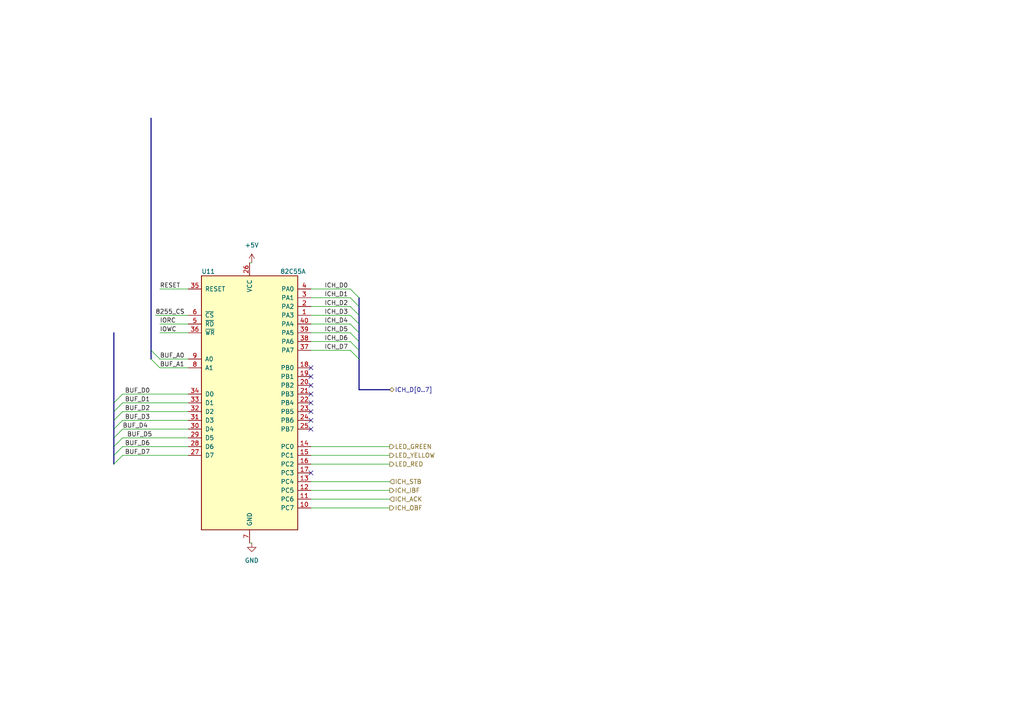
<source format=kicad_sch>
(kicad_sch (version 20230121) (generator eeschema)
  (paper "A4")
  (lib_symbols
    (symbol "Interface:8255A" (pin_names (offset 1.016))
      (property "Reference" "U" (at -13.97 38.1 0))
      (property "Value" "8255A" (at 8.89 38.1 0))
      (symbol "8255A_1_1"
        (rectangle (start -13.97 -36.83) (end 13.97 36.83) (stroke (width 0.254)) (fill (type background)))
        (pin bidirectional line (at 17.78 25.4 180) (length 3.81) (name "PA3") (number "1"))
        (pin bidirectional line (at 17.78 -30.48 180) (length 3.81) (name "PC7") (number "10"))
        (pin bidirectional line (at 17.78 -27.94 180) (length 3.81) (name "PC6") (number "11"))
        (pin bidirectional line (at 17.78 -25.4 180) (length 3.81) (name "PC5") (number "12"))
        (pin bidirectional line (at 17.78 -22.86 180) (length 3.81) (name "PC4") (number "13"))
        (pin bidirectional line (at 17.78 -12.7 180) (length 3.81) (name "PC0") (number "14"))
        (pin bidirectional line (at 17.78 -15.24 180) (length 3.81) (name "PC1") (number "15"))
        (pin bidirectional line (at 17.78 -17.78 180) (length 3.81) (name "PC2") (number "16"))
        (pin bidirectional line (at 17.78 -20.32 180) (length 3.81) (name "PC3") (number "17"))
        (pin bidirectional line (at 17.78 10.16 180) (length 3.81) (name "PB0") (number "18"))
        (pin bidirectional line (at 17.78 7.62 180) (length 3.81) (name "PB1") (number "19"))
        (pin bidirectional line (at 17.78 27.94 180) (length 3.81) (name "PA2") (number "2"))
        (pin bidirectional line (at 17.78 5.08 180) (length 3.81) (name "PB2") (number "20"))
        (pin bidirectional line (at 17.78 2.54 180) (length 3.81) (name "PB3") (number "21"))
        (pin bidirectional line (at 17.78 0 180) (length 3.81) (name "PB4") (number "22"))
        (pin bidirectional line (at 17.78 -2.54 180) (length 3.81) (name "PB5") (number "23"))
        (pin bidirectional line (at 17.78 -5.08 180) (length 3.81) (name "PB6") (number "24"))
        (pin bidirectional line (at 17.78 -7.62 180) (length 3.81) (name "PB7") (number "25"))
        (pin power_in line (at 0 40.64 270) (length 3.81) (name "VCC") (number "26"))
        (pin bidirectional line (at -17.78 -15.24 0) (length 3.81) (name "D7") (number "27"))
        (pin bidirectional line (at -17.78 -12.7 0) (length 3.81) (name "D6") (number "28"))
        (pin bidirectional line (at -17.78 -10.16 0) (length 3.81) (name "D5") (number "29"))
        (pin bidirectional line (at 17.78 30.48 180) (length 3.81) (name "PA1") (number "3"))
        (pin bidirectional line (at -17.78 -7.62 0) (length 3.81) (name "D4") (number "30"))
        (pin bidirectional line (at -17.78 -5.08 0) (length 3.81) (name "D3") (number "31"))
        (pin bidirectional line (at -17.78 -2.54 0) (length 3.81) (name "D2") (number "32"))
        (pin bidirectional line (at -17.78 0 0) (length 3.81) (name "D1") (number "33"))
        (pin bidirectional line (at -17.78 2.54 0) (length 3.81) (name "D0") (number "34"))
        (pin input line (at -17.78 33.02 0) (length 3.81) (name "RESET") (number "35"))
        (pin input line (at -17.78 20.32 0) (length 3.81) (name "~{WR}") (number "36"))
        (pin bidirectional line (at 17.78 15.24 180) (length 3.81) (name "PA7") (number "37"))
        (pin bidirectional line (at 17.78 17.78 180) (length 3.81) (name "PA6") (number "38"))
        (pin bidirectional line (at 17.78 20.32 180) (length 3.81) (name "PA5") (number "39"))
        (pin bidirectional line (at 17.78 33.02 180) (length 3.81) (name "PA0") (number "4"))
        (pin bidirectional line (at 17.78 22.86 180) (length 3.81) (name "PA4") (number "40"))
        (pin input line (at -17.78 22.86 0) (length 3.81) (name "~{RD}") (number "5"))
        (pin input line (at -17.78 25.4 0) (length 3.81) (name "~{CS}") (number "6"))
        (pin power_in line (at 0 -40.64 90) (length 3.81) (name "GND") (number "7"))
        (pin input line (at -17.78 10.16 0) (length 3.81) (name "A1") (number "8"))
        (pin input line (at -17.78 12.7 0) (length 3.81) (name "A0") (number "9"))
      )
    )
    (symbol "power:+5V" (power) (pin_names (offset 0))
      (property "Value" "+5V" (at 0 3.556 0))
      (symbol "+5V_0_1"
        (polyline (pts (xy -0.762 1.27) (xy 0 2.54)))
        (polyline (pts (xy 0 0) (xy 0 2.54)))
        (polyline (pts (xy 0 2.54) (xy 0.762 1.27)))
      )
      (symbol "+5V_1_1"
        (pin power_in line (at 0 0 90) (length 0) hide (name "+5V") (number "1"))
      )
    )
    (symbol "power:GND" (power) (pin_names (offset 0))
      (property "Value" "GND" (at 0 -3.81 0))
      (symbol "GND_0_1"
        (polyline (pts (xy 0 0) (xy 0 -1.27) (xy 1.27 -1.27) (xy 0 -2.54) (xy -1.27 -1.27) (xy 0 -1.27)))
      )
      (symbol "GND_1_1"
        (pin power_in line (at 0 0 270) (length 0) hide (name "GND") (number "1"))
      )
    )
  )
  (no_connect (at 90.17 121.92))
  (no_connect (at 90.17 109.22))
  (no_connect (at 90.17 114.3))
  (no_connect (at 90.17 106.68))
  (no_connect (at 90.17 116.84))
  (no_connect (at 90.17 137.16))
  (no_connect (at 90.17 119.38))
  (no_connect (at 90.17 124.46))
  (no_connect (at 90.17 111.76))
  (bus_entry (at 46.355 106.68) (size -2.54 -2.54))
  (bus_entry (at 35.56 114.3) (size -2.54 2.54))
  (bus_entry (at 35.56 127) (size -2.54 2.54))
  (bus_entry (at 46.355 104.14) (size -2.54 -2.54))
  (bus_entry (at 35.56 119.38) (size -2.54 2.54))
  (bus_entry (at 35.56 121.92) (size -2.54 2.54))
  (bus_entry (at 35.56 124.46) (size -2.54 2.54))
  (bus_entry (at 101.6 96.52) (size 2.54 2.54))
  (bus_entry (at 35.56 129.54) (size -2.54 2.54))
  (bus_entry (at 101.6 93.98) (size 2.54 2.54))
  (bus_entry (at 101.6 91.44) (size 2.54 2.54))
  (bus_entry (at 101.6 101.6) (size 2.54 2.54))
  (bus_entry (at 101.6 83.82) (size 2.54 2.54))
  (bus_entry (at 101.6 88.9) (size 2.54 2.54))
  (bus_entry (at 35.56 132.08) (size -2.54 2.54))
  (bus_entry (at 101.6 86.36) (size 2.54 2.54))
  (bus_entry (at 35.56 116.84) (size -2.54 2.54))
  (bus_entry (at 101.6 99.06) (size 2.54 2.54))
  (bus (pts (xy 104.14 113.03) (xy 113.03 113.03)))
  (bus (pts (xy 104.14 93.98) (xy 104.14 96.52)))
  (bus (pts (xy 33.02 96.52) (xy 33.02 116.84)))
  (wire (pts (xy 90.17 88.9) (xy 101.6 88.9)))
  (bus (pts (xy 33.02 124.46) (xy 33.02 127)))
  (bus (pts (xy 33.02 127) (xy 33.02 129.54)))
  (wire (pts (xy 35.56 121.92) (xy 54.61 121.92)))
  (wire (pts (xy 35.56 132.08) (xy 54.61 132.08)))
  (wire (pts (xy 90.17 83.82) (xy 101.6 83.82)))
  (wire (pts (xy 90.17 134.62) (xy 113.03 134.62)))
  (wire (pts (xy 90.17 91.44) (xy 101.6 91.44)))
  (bus (pts (xy 104.14 88.9) (xy 104.14 91.44)))
  (wire (pts (xy 72.39 157.48) (xy 73.025 157.48)))
  (wire (pts (xy 46.355 106.68) (xy 54.61 106.68)))
  (wire (pts (xy 90.17 129.54) (xy 113.03 129.54)))
  (wire (pts (xy 90.17 86.36) (xy 101.6 86.36)))
  (wire (pts (xy 72.39 76.2) (xy 73.025 76.2)))
  (bus (pts (xy 33.02 116.84) (xy 33.02 119.38)))
  (wire (pts (xy 35.56 124.46) (xy 54.61 124.46)))
  (wire (pts (xy 90.17 101.6) (xy 101.6 101.6)))
  (bus (pts (xy 43.815 104.14) (xy 43.815 101.6)))
  (wire (pts (xy 46.355 93.98) (xy 54.61 93.98)))
  (wire (pts (xy 90.17 96.52) (xy 101.6 96.52)))
  (wire (pts (xy 35.56 116.84) (xy 54.61 116.84)))
  (wire (pts (xy 35.56 129.54) (xy 54.61 129.54)))
  (wire (pts (xy 90.17 139.7) (xy 113.03 139.7)))
  (bus (pts (xy 33.02 129.54) (xy 33.02 132.08)))
  (bus (pts (xy 104.14 104.14) (xy 104.14 113.03)))
  (bus (pts (xy 104.14 96.52) (xy 104.14 99.06)))
  (wire (pts (xy 46.355 83.82) (xy 54.61 83.82)))
  (bus (pts (xy 33.02 119.38) (xy 33.02 121.92)))
  (wire (pts (xy 46.355 96.52) (xy 54.61 96.52)))
  (wire (pts (xy 35.56 114.3) (xy 54.61 114.3)))
  (wire (pts (xy 45.085 91.44) (xy 54.61 91.44)))
  (bus (pts (xy 104.14 99.06) (xy 104.14 101.6)))
  (wire (pts (xy 90.17 144.78) (xy 113.03 144.78)))
  (bus (pts (xy 104.14 86.36) (xy 104.14 88.9)))
  (wire (pts (xy 35.56 119.38) (xy 54.61 119.38)))
  (wire (pts (xy 35.56 127) (xy 54.61 127)))
  (wire (pts (xy 90.17 147.32) (xy 113.03 147.32)))
  (bus (pts (xy 104.14 101.6) (xy 104.14 104.14)))
  (wire (pts (xy 90.17 93.98) (xy 101.6 93.98)))
  (wire (pts (xy 90.17 132.08) (xy 113.03 132.08)))
  (bus (pts (xy 104.14 91.44) (xy 104.14 93.98)))
  (wire (pts (xy 90.17 142.24) (xy 113.03 142.24)))
  (bus (pts (xy 33.02 132.08) (xy 33.02 134.62)))
  (wire (pts (xy 90.17 99.06) (xy 101.6 99.06)))
  (bus (pts (xy 43.815 34.29) (xy 43.815 101.6)))
  (bus (pts (xy 33.02 121.92) (xy 33.02 124.46)))
  (wire (pts (xy 46.355 104.14) (xy 54.61 104.14)))
  (label "IOWC" (at 46.355 96.52 0))
  (label "BUF_D1" (at 36.195 116.84 0))
  (label "ICH_D0" (at 100.965 83.82 180))
  (label "ICH_D5" (at 100.965 96.52 180))
  (label "ICH_D7" (at 100.965 101.6 180))
  (label "IORC" (at 46.355 93.98 0))
  (label "ICH_D2" (at 100.965 88.9 180))
  (label "BUF_A1" (at 46.355 106.68 0))
  (label "BUF_D6" (at 36.195 129.54 0))
  (label "ICH_D1" (at 100.965 86.36 180))
  (label "8255_CS" (at 45.085 91.44 0))
  (label "BUF_D3" (at 36.195 121.92 0))
  (label "ICH_D3" (at 100.965 91.44 180))
  (label "RESET" (at 46.355 83.82 0))
  (label "BUF_D4" (at 35.56 124.46 0))
  (label "ICH_D4" (at 100.965 93.98 180))
  (label "BUF_D5" (at 36.83 127 0))
  (label "BUF_D2" (at 36.195 119.38 0))
  (label "ICH_D6" (at 100.965 99.06 180))
  (label "BUF_D7" (at 36.195 132.08 0))
  (label "BUF_A0" (at 46.355 104.14 0))
  (label "BUF_D0" (at 36.195 114.3 0))
  (hierarchical_label "ICH_D[0..7]" (shape bidirectional) (at 113.03 113.03 0))
  (hierarchical_label "LED_RED" (shape output) (at 113.03 134.62 0))
  (hierarchical_label "ICH_STB" (shape input) (at 113.03 139.7 0))
  (hierarchical_label "ICH_OBF" (shape output) (at 113.03 147.32 0))
  (hierarchical_label "ICH_IBF" (shape output) (at 113.03 142.24 0))
  (hierarchical_label "LED_YELLOW" (shape output) (at 113.03 132.08 0))
  (hierarchical_label "LED_GREEN" (shape output) (at 113.03 129.54 0))
  (hierarchical_label "ICH_ACK" (shape input) (at 113.03 144.78 0))
  (symbol (lib_id "power:+5V") (at 73.025 76.2 0) (unit 1)
    (property "Reference" "#PWR041" (effects hide))
    (property "Value" "+5V" (at 73.025 71.12 0))
  )
  (symbol (lib_id "power:GND") (at 73.025 157.48 0) (unit 1)
    (property "Reference" "#PWR042" (effects hide))
    (property "Value" "GND" (at 73.025 162.56 0))
  )
  (symbol (lib_id "Interface:8255A") (at 72.39 116.84 0) (unit 1)
    (property "Reference" "U11" (at 58.42 78.74 0) (effects (justify left)))
    (property "Value" "82C55A" (at 81.28 78.74 0) (effects (justify left)))
    (property "Footprint" "Package_DIP:DIP-40_W15.24mm" (effects hide))
    (property "Datasheet" "http://aturing.umcs.maine.edu/~meadow/courses/cos335/Intel8255A.pdf" (effects hide))
  )
)
</source>
